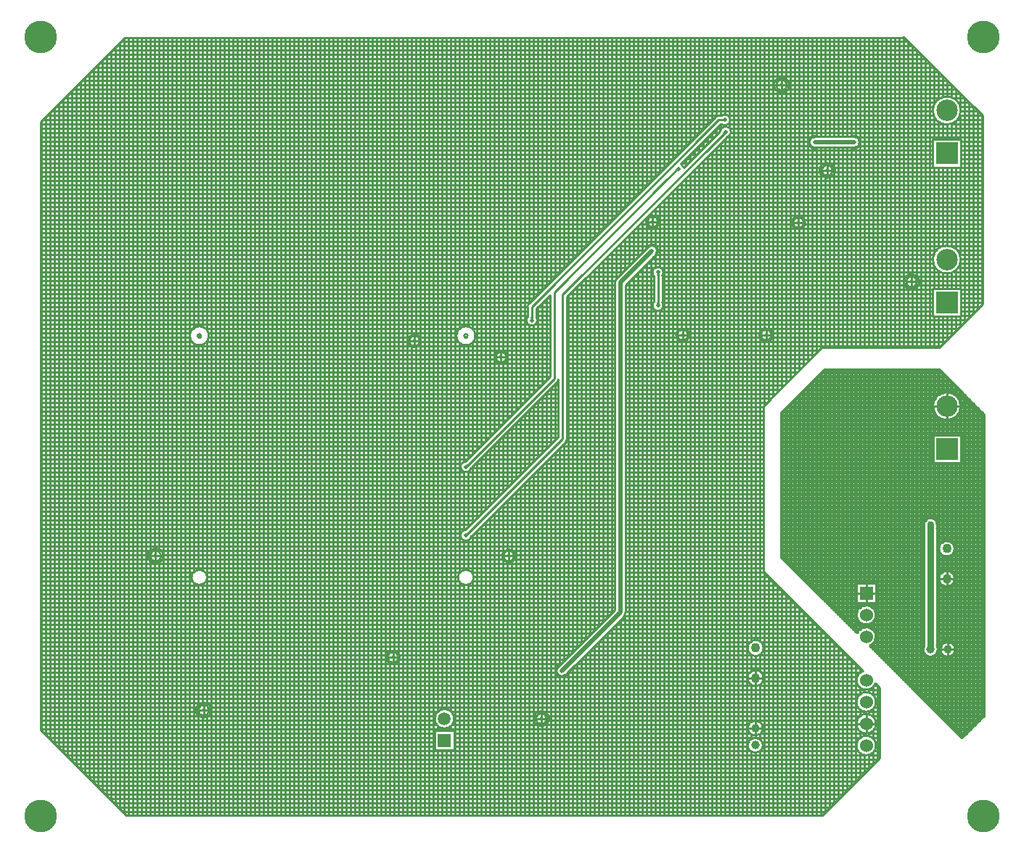
<source format=gbl>
G04*
G04 #@! TF.GenerationSoftware,Altium Limited,Altium Designer,19.0.4 (130)*
G04*
G04 Layer_Physical_Order=2*
G04 Layer_Color=16711680*
%FSLAX25Y25*%
%MOIN*%
G70*
G01*
G75*
%ADD14C,0.01000*%
%ADD69C,0.01500*%
%ADD70C,0.03000*%
%ADD71C,0.02000*%
%ADD72R,0.05906X0.05906*%
%ADD73C,0.05906*%
%ADD74C,0.03937*%
%ADD75C,0.04331*%
%ADD76R,0.06000X0.06000*%
%ADD77C,0.06000*%
%ADD78C,0.09843*%
%ADD79R,0.09843X0.09843*%
%ADD80C,0.03000*%
%ADD82C,0.02000*%
%ADD84C,0.15000*%
G36*
X216349Y149506D02*
X216275Y149428D01*
X216149Y149280D01*
X216098Y149210D01*
X216055Y149141D01*
X216020Y149075D01*
X215993Y149011D01*
X215974Y148949D01*
X215962Y148890D01*
X215959Y148833D01*
X214969Y149823D01*
X215026Y149826D01*
X215086Y149838D01*
X215147Y149857D01*
X215211Y149884D01*
X215277Y149919D01*
X215346Y149962D01*
X215417Y150013D01*
X215489Y150072D01*
X215642Y150213D01*
X216349Y149506D01*
D02*
G37*
G36*
X216351Y181002D02*
X216276Y180924D01*
X216151Y180776D01*
X216100Y180706D01*
X216057Y180637D01*
X216022Y180571D01*
X215995Y180507D01*
X215975Y180445D01*
X215964Y180386D01*
X215961Y180329D01*
X214971Y181319D01*
X215028Y181322D01*
X215087Y181333D01*
X215149Y181353D01*
X215213Y181380D01*
X215279Y181415D01*
X215347Y181458D01*
X215418Y181509D01*
X215491Y181568D01*
X215644Y181709D01*
X216351Y181002D01*
D02*
G37*
G36*
X245776Y249104D02*
X245778Y248996D01*
X245794Y248803D01*
X245808Y248717D01*
X245826Y248638D01*
X245848Y248566D01*
X245874Y248502D01*
X245904Y248445D01*
X245938Y248395D01*
X245976Y248352D01*
X244576D01*
X244614Y248395D01*
X244648Y248445D01*
X244678Y248502D01*
X244704Y248566D01*
X244726Y248638D01*
X244744Y248717D01*
X244758Y248803D01*
X244768Y248896D01*
X244776Y249104D01*
X245776D01*
D02*
G37*
G36*
X303650Y255875D02*
X303652Y255767D01*
X303668Y255574D01*
X303682Y255488D01*
X303700Y255409D01*
X303722Y255338D01*
X303748Y255273D01*
X303778Y255216D01*
X303812Y255166D01*
X303850Y255123D01*
X302450D01*
X302488Y255166D01*
X302522Y255216D01*
X302552Y255273D01*
X302578Y255338D01*
X302600Y255409D01*
X302618Y255488D01*
X302632Y255574D01*
X302642Y255667D01*
X302650Y255875D01*
X303650D01*
D02*
G37*
G36*
X302650Y268219D02*
X302648Y268327D01*
X302632Y268520D01*
X302618Y268606D01*
X302600Y268685D01*
X302578Y268757D01*
X302552Y268821D01*
X302522Y268878D01*
X302488Y268928D01*
X302450Y268971D01*
X303850D01*
X303812Y268928D01*
X303778Y268878D01*
X303748Y268821D01*
X303722Y268757D01*
X303700Y268685D01*
X303682Y268606D01*
X303668Y268520D01*
X303658Y268427D01*
X303650Y268219D01*
X302650D01*
D02*
G37*
G36*
X311180Y317005D02*
X311257Y317084D01*
X311496Y317354D01*
X311538Y317410D01*
X311601Y317510D01*
X311621Y317553D01*
X311635Y317592D01*
X312310Y316365D01*
X312255Y316377D01*
X312196Y316379D01*
X312135Y316372D01*
X312072Y316355D01*
X312006Y316328D01*
X311938Y316292D01*
X311868Y316247D01*
X311795Y316191D01*
X311719Y316127D01*
X311641Y316052D01*
X311180Y317005D01*
D02*
G37*
G36*
X332862Y333569D02*
X332936Y333646D01*
X333062Y333794D01*
X333113Y333865D01*
X333156Y333934D01*
X333191Y334000D01*
X333218Y334064D01*
X333237Y334125D01*
X333249Y334185D01*
X333252Y334242D01*
X334242Y333252D01*
X334185Y333249D01*
X334125Y333237D01*
X334064Y333218D01*
X334000Y333191D01*
X333934Y333156D01*
X333865Y333113D01*
X333794Y333062D01*
X333722Y333003D01*
X333569Y332862D01*
X332862Y333569D01*
D02*
G37*
G36*
X332392Y340264D02*
X332500Y340266D01*
X332693Y340282D01*
X332779Y340296D01*
X332858Y340314D01*
X332930Y340336D01*
X332994Y340362D01*
X333051Y340392D01*
X333101Y340426D01*
X333144Y340464D01*
Y339064D01*
X333101Y339102D01*
X333051Y339136D01*
X332994Y339166D01*
X332930Y339192D01*
X332858Y339214D01*
X332779Y339232D01*
X332693Y339246D01*
X332600Y339256D01*
X332392Y339264D01*
Y340264D01*
D02*
G37*
D14*
X442248Y344094D02*
G03*
X442248Y344094I-6421J0D01*
G01*
X395807Y329528D02*
G03*
X393307Y332028I-2500J0D01*
G01*
X395807Y329528D02*
G03*
X393307Y332028I-2500J0D01*
G01*
Y327028D02*
G03*
X395807Y329528I0J2500D01*
G01*
X396307D02*
G03*
X391649Y332028I-3000J0D01*
G01*
X393307Y327028D02*
G03*
X395807Y329528I0J2500D01*
G01*
X391649Y327028D02*
G03*
X396307Y329528I1658J2500D01*
G01*
X384445Y316535D02*
G03*
X384445Y316535I-3500J0D01*
G01*
X375197Y332028D02*
G03*
X375197Y327028I0J-2500D01*
G01*
Y332028D02*
G03*
X375197Y327028I0J-2500D01*
G01*
X376855Y332028D02*
G03*
X376855Y327028I-1658J-2500D01*
G01*
X442248Y275591D02*
G03*
X442248Y275591I-6421J0D01*
G01*
X422185Y265354D02*
G03*
X422185Y265354I-2500J0D01*
G01*
X383445Y316535D02*
G03*
X383445Y316535I-2500J0D01*
G01*
X362461Y355787D02*
G03*
X362461Y355787I-2500J0D01*
G01*
X363461D02*
G03*
X363461Y355787I-3500J0D01*
G01*
X334657Y331785D02*
G03*
X336752Y334252I-405J2467D01*
G01*
D02*
G03*
X331785Y334655I-2500J0D01*
G01*
X336358Y339764D02*
G03*
X332399Y341794I-2500J0D01*
G01*
X332400Y337733D02*
G03*
X336358Y339764I1458J2031D01*
G01*
X331102Y341764D02*
G03*
X329688Y341178I0J-2000D01*
G01*
X331102Y341764D02*
G03*
X329685Y341175I0J-2000D01*
G01*
X315038Y317867D02*
G03*
X313723Y319556I-2440J-544D01*
G01*
X370717Y292520D02*
G03*
X370717Y292520I-3000J0D01*
G01*
X370216D02*
G03*
X370216Y292520I-2500J0D01*
G01*
X305180Y268227D02*
G03*
X305650Y269685I-2031J1458D01*
G01*
X300950Y276627D02*
G03*
X303354Y279567I-595J2940D01*
G01*
X305650Y269685D02*
G03*
X301120Y268226I-2500J0D01*
G01*
X302122Y277799D02*
G03*
X302854Y279567I-1768J1768D01*
G01*
X302122Y277799D02*
G03*
X302854Y279567I-1768J1768D01*
G01*
X303287Y292913D02*
G03*
X303287Y292913I-2500J0D01*
G01*
X303787D02*
G03*
X303787Y292913I-3000J0D01*
G01*
X303354Y279567D02*
G03*
X297414Y280162I-3000J0D01*
G01*
X302854Y279567D02*
G03*
X298587Y281335I-2500J0D01*
G01*
X302854Y279567D02*
G03*
X298587Y281335I-2500J0D01*
G01*
X284059Y266807D02*
G03*
X283327Y265039I1768J-1768D01*
G01*
X284059Y266807D02*
G03*
X283327Y265039I1768J-1768D01*
G01*
X423185Y265354D02*
G03*
X423185Y265354I-3500J0D01*
G01*
X397329Y86530D02*
G03*
X403065Y80793I1490J-4246D01*
G01*
X403319Y72284D02*
G03*
X403319Y72284I-4500J0D01*
G01*
Y62283D02*
G03*
X403319Y62283I-4500J0D01*
G01*
Y52284D02*
G03*
X403319Y52284I-4500J0D01*
G01*
X355358Y240945D02*
G03*
X355358Y240945I-2500J0D01*
G01*
X355858D02*
G03*
X355858Y240945I-3000J0D01*
G01*
X317067D02*
G03*
X317067Y240945I-2500J0D01*
G01*
X305650Y254409D02*
G03*
X305179Y255868I-2500J0D01*
G01*
X301119Y255867D02*
G03*
X305650Y254409I2031J-1458D01*
G01*
X317567Y240945D02*
G03*
X317567Y240945I-3000J0D01*
G01*
X351697Y97047D02*
G03*
X351697Y97047I-3665J0D01*
G01*
Y83268D02*
G03*
X351697Y83268I-3665J0D01*
G01*
X351382Y60236D02*
G03*
X351382Y60236I-3469J0D01*
G01*
Y52362D02*
G03*
X351382Y52362I-3469J0D01*
G01*
X287595Y111618D02*
G03*
X288327Y113386I-1768J1768D01*
G01*
X287595Y111618D02*
G03*
X288327Y113386I-1768J1768D01*
G01*
X256926Y219456D02*
G03*
X257449Y220372I-1414J1414D01*
G01*
X256923Y219453D02*
G03*
X257449Y220372I-1411J1417D01*
G01*
X260860Y191895D02*
G03*
X261449Y193313I-1411J1417D01*
G01*
X260863Y191898D02*
G03*
X261449Y193313I-1414J1414D01*
G01*
X243865Y255354D02*
G03*
X243276Y253937I1411J-1417D01*
G01*
X247776Y247638D02*
G03*
X247305Y249097I-2500J0D01*
G01*
X243245Y249096D02*
G03*
X247776Y247638I2031J-1458D01*
G01*
X243861Y255351D02*
G03*
X243276Y253937I1414J-1414D01*
G01*
X219318Y240555D02*
G03*
X219318Y240555I-4359J0D01*
G01*
X215718D02*
G03*
X215718Y240555I-759J0D01*
G01*
X234102Y230713D02*
G03*
X234102Y230713I-3000J0D01*
G01*
X193839Y238189D02*
G03*
X193839Y238189I-2500J0D01*
G01*
X194339D02*
G03*
X194339Y238189I-3000J0D01*
G01*
X93279Y240551D02*
G03*
X93279Y240551I-759J0D01*
G01*
X96879D02*
G03*
X96879Y240551I-4359J0D01*
G01*
X233602Y230713D02*
G03*
X233602Y230713I-2500J0D01*
G01*
X214556Y182786D02*
G03*
X217428Y179916I405J-2467D01*
G01*
X214554Y151290D02*
G03*
X217426Y148419I405J-2467D01*
G01*
X237646Y139374D02*
G03*
X237646Y139374I-3000J0D01*
G01*
X237146D02*
G03*
X237146Y139374I-2500J0D01*
G01*
X218531Y129532D02*
G03*
X218531Y129532I-3572J0D01*
G01*
X257287Y88382D02*
G03*
X260823Y84846I1768J-1768D01*
G01*
X257287Y88382D02*
G03*
X260823Y84846I1768J-1768D01*
G01*
X258460Y89555D02*
G03*
X261996Y86019I595J-2940D01*
G01*
X253106Y64567D02*
G03*
X253106Y64567I-3500J0D01*
G01*
X252106D02*
G03*
X252106Y64567I-2500J0D01*
G01*
X209571D02*
G03*
X209571Y64567I-4453J0D01*
G01*
X75941Y139370D02*
G03*
X75941Y139370I-3500J0D01*
G01*
X183996Y92795D02*
G03*
X183996Y92795I-2500J0D01*
G01*
X184496D02*
G03*
X184496Y92795I-3000J0D01*
G01*
X96988Y68504D02*
G03*
X96988Y68504I-2500J0D01*
G01*
X74941Y139370D02*
G03*
X74941Y139370I-2500J0D01*
G01*
X96091Y129528D02*
G03*
X96091Y129528I-3572J0D01*
G01*
X97988Y68504D02*
G03*
X97988Y68504I-3500J0D01*
G01*
X435827Y208268D02*
X441748D01*
X435827D02*
Y214189D01*
Y202346D02*
Y208268D01*
X429906D02*
X435827D01*
Y128937D02*
X438992D01*
X435827D02*
Y132102D01*
X432661Y128937D02*
X435827D01*
Y125772D02*
Y128937D01*
X436221Y96457D02*
Y99425D01*
Y96457D02*
X439189D01*
X433252D02*
X436221D01*
Y93488D02*
Y96457D01*
X398819Y122283D02*
X402819D01*
X394819D02*
X398819D01*
Y118283D02*
Y122283D01*
Y126284D01*
X441959Y346000D02*
X448095D01*
X440924Y348000D02*
X446095D01*
X442000Y345862D02*
Y352095D01*
X416142Y377953D02*
X452362Y341732D01*
X438348Y350000D02*
X444095D01*
X441897Y342000D02*
X452095D01*
X442247Y344000D02*
X450095D01*
X442000Y330831D02*
Y342327D01*
X437849Y338000D02*
X452362D01*
X440773Y340000D02*
X452362D01*
X395006Y332000D02*
X452362D01*
X434000Y350250D02*
Y360094D01*
X432000Y349251D02*
Y362094D01*
X430000Y346793D02*
Y364094D01*
X415748Y377559D02*
X416142Y377953D01*
X394000Y332446D02*
Y377559D01*
X396000Y330850D02*
Y377559D01*
X438000Y350137D02*
Y356095D01*
X436000Y350513D02*
Y358095D01*
X440000Y348975D02*
Y354095D01*
X393677Y332000D02*
X395006D01*
X394000Y331930D02*
Y332446D01*
X438000Y330831D02*
Y338052D01*
X436000Y330831D02*
Y337676D01*
X440000Y330831D02*
Y339214D01*
X429405Y330831D02*
X442248D01*
X432000D02*
Y338938D01*
X434000Y330831D02*
Y337939D01*
X442248Y324000D02*
X452362D01*
X442248Y326000D02*
X452362D01*
X442248Y322000D02*
X452362D01*
X442248Y328000D02*
X452362D01*
X442248Y330000D02*
X452362D01*
X442248Y317988D02*
Y330831D01*
X430000D02*
Y341396D01*
X429405Y317988D02*
Y330831D01*
X422000Y267979D02*
Y372094D01*
X420000Y268840D02*
Y374095D01*
X396000Y328205D02*
Y330850D01*
X418000Y268422D02*
Y376095D01*
X396270Y330000D02*
X429405D01*
X395762D02*
X396270D01*
X395889Y328000D02*
X429405D01*
X395286D02*
X395889D01*
X394000Y326609D02*
Y327126D01*
X363454Y356000D02*
X438095D01*
X392000Y332228D02*
Y377559D01*
X390000Y332028D02*
Y377559D01*
X362970Y354000D02*
X440095D01*
X362672Y358000D02*
X436095D01*
X334976Y342000D02*
X429757D01*
X336739Y334000D02*
X452362D01*
X376855Y332028D02*
X391649D01*
X393307D01*
X335630Y338000D02*
X433805D01*
X336347Y340000D02*
X430880D01*
X336039Y336000D02*
X452362D01*
X386000Y332028D02*
Y377559D01*
X384000Y332028D02*
Y377559D01*
X388000Y332028D02*
Y377559D01*
X380000Y332028D02*
Y377559D01*
X378000Y332028D02*
Y377559D01*
X382000Y332028D02*
Y377559D01*
X376000Y332028D02*
Y332418D01*
Y377559D01*
X375197Y332028D02*
X376855D01*
X373498Y332000D02*
X374827D01*
X374000Y331722D02*
Y332278D01*
X391649Y327028D02*
X393307D01*
X376855D02*
X391649D01*
X326828Y324000D02*
X429405D01*
X328828Y326000D02*
X429405D01*
X324828Y322000D02*
X429405D01*
X382000Y319873D02*
Y327028D01*
X380000Y319905D02*
Y327028D01*
X384000Y318243D02*
Y327028D01*
X380448Y320000D02*
X381442D01*
X376000Y326637D02*
Y327028D01*
X378000Y318427D02*
Y327028D01*
X375197D02*
X376855D01*
X322828Y320000D02*
X380448D01*
X442248Y318000D02*
X452362D01*
X442248Y320000D02*
X452362D01*
X440495Y280000D02*
X452362D01*
X384404Y316000D02*
X452362D01*
X429405Y317988D02*
X442248D01*
X436216Y282000D02*
X452362D01*
X442235Y276000D02*
X452362D01*
X441779Y278000D02*
X452362D01*
X442048Y274000D02*
X452362D01*
X438986Y270000D02*
X452362D01*
X441150Y272000D02*
X452362D01*
X421976Y268000D02*
X452362D01*
X440000Y280471D02*
Y317988D01*
X438000Y281633D02*
Y317988D01*
X442000Y277358D02*
Y317988D01*
X384124Y318000D02*
X429405D01*
X384000Y314828D02*
Y318243D01*
X436000Y282010D02*
Y317988D01*
X434000Y281747D02*
Y317988D01*
X432000Y280747D02*
Y317988D01*
X430000Y278289D02*
Y317988D01*
X417394Y268000D02*
X421976D01*
X440000Y262327D02*
Y270710D01*
X438000Y262327D02*
Y269548D01*
X442000Y262327D02*
Y273823D01*
X432000Y262327D02*
Y270434D01*
X430000Y262327D02*
Y272892D01*
X434000Y262327D02*
Y269435D01*
X423125Y266000D02*
X452362D01*
X429405Y262327D02*
X442248D01*
X436000D02*
Y269172D01*
X422912Y264000D02*
X452362D01*
X422100Y266000D02*
X423125D01*
X421786Y264000D02*
X422912D01*
X422000Y266298D02*
Y267979D01*
X420000Y267834D02*
Y268840D01*
X419685Y265354D02*
Y267354D01*
X418000Y267201D02*
Y268422D01*
X416245Y266000D02*
X417270D01*
X419685Y265354D02*
X421685D01*
X419685Y263354D02*
Y265354D01*
X422000Y262729D02*
Y264410D01*
X417685Y265354D02*
X419685D01*
X416458Y264000D02*
X417584D01*
X382971Y318000D02*
X384124D01*
X382000Y318802D02*
Y319873D01*
X383387Y316000D02*
X384404D01*
X381442Y320000D02*
X429405D01*
X380945Y316535D02*
X382945D01*
X383358Y314000D02*
X452362D01*
X378532D02*
X383358D01*
X382000Y313198D02*
Y314269D01*
X312828Y310000D02*
X452362D01*
X314828Y312000D02*
X452362D01*
X310828Y308000D02*
X452362D01*
X380945Y316535D02*
Y318535D01*
X380000Y318850D02*
Y319905D01*
X380945Y314535D02*
Y316535D01*
X377766Y318000D02*
X378919D01*
X320828D02*
X377766D01*
X378000Y314644D02*
Y318427D01*
X378945Y316535D02*
X380945D01*
X377486Y316000D02*
X378503D01*
X380000Y313165D02*
Y314221D01*
X318828Y316000D02*
X377486D01*
X316828Y314000D02*
X378532D01*
X306828Y304000D02*
X452362D01*
X308828Y306000D02*
X452362D01*
X304828Y302000D02*
X452362D01*
X300828Y298000D02*
X452362D01*
X302828Y300000D02*
X452362D01*
X298828Y296000D02*
X452362D01*
X370671Y292000D02*
X452362D01*
X370326Y294000D02*
X452362D01*
X369345Y290000D02*
X452362D01*
X290828Y288000D02*
X452362D01*
X288828Y286000D02*
X452362D01*
X302109Y282000D02*
X435437D01*
X303323Y280000D02*
X431159D01*
X302913Y278000D02*
X429875D01*
X286828Y284000D02*
X452362D01*
X300323Y276000D02*
X429419D01*
X298323Y274000D02*
X429606D01*
X305630Y270000D02*
X432668D01*
X305150Y268000D02*
X417394D01*
X305150Y264000D02*
X416458D01*
X304094Y272000D02*
X430503D01*
X305150Y266000D02*
X416245D01*
X362000Y358632D02*
Y377559D01*
X360000Y359287D02*
Y377559D01*
X362000Y357233D02*
Y358632D01*
X360000Y358287D02*
Y359287D01*
X362452Y356000D02*
X363454D01*
X361708Y354000D02*
X362970D01*
X362000Y352943D02*
Y354341D01*
X361124Y358000D02*
X362672D01*
X359961Y355787D02*
X361961D01*
X360000Y352288D02*
Y353288D01*
X358000Y357339D02*
Y358687D01*
Y377559D01*
X359961Y355787D02*
Y357787D01*
X357249Y358000D02*
X358797D01*
X334000Y342260D02*
Y377559D01*
X332000Y341764D02*
Y377559D01*
X359961Y353787D02*
Y355787D01*
X357961D02*
X359961D01*
X358000Y352888D02*
Y354236D01*
X356467Y356000D02*
X357470D01*
X356951Y354000D02*
X358213D01*
X374000Y332278D02*
Y377559D01*
X368000Y295506D02*
Y377559D01*
X370000Y294465D02*
Y377559D01*
X366000Y294980D02*
Y377559D01*
X372615Y328000D02*
X373218D01*
X372234Y330000D02*
X372742D01*
X374000Y326777D02*
Y327333D01*
X335338Y332000D02*
X373498D01*
X332828Y330000D02*
X372234D01*
X330828Y328000D02*
X372615D01*
X336000Y341053D02*
Y377559D01*
X331102Y341764D02*
X332230D01*
X330000Y341432D02*
Y377559D01*
X336000Y336039D02*
Y338474D01*
X334000Y336739D02*
Y337268D01*
X332000Y335338D02*
Y337764D01*
X330167Y336000D02*
X332465D01*
X330000Y332828D02*
Y335833D01*
X328000Y339490D02*
Y377559D01*
X328167Y334000D02*
X331172D01*
X326000Y337490D02*
Y377559D01*
X324000Y335490D02*
Y377559D01*
X328000Y330828D02*
Y333833D01*
X326167Y332000D02*
X329172D01*
X324167Y330000D02*
X327172D01*
X326000Y328828D02*
Y331833D01*
X322167Y328000D02*
X325172D01*
X324000Y326828D02*
Y329833D01*
X320167Y326000D02*
X323172D01*
X322000Y333490D02*
Y377559D01*
X320000Y331490D02*
Y377559D01*
X318000Y329490D02*
Y377559D01*
X316000Y327490D02*
Y377559D01*
X312000Y323490D02*
Y377559D01*
X310000Y321490D02*
Y377559D01*
X322000Y324828D02*
Y327833D01*
X318167Y324000D02*
X321172D01*
X320000Y322828D02*
Y325833D01*
X314000Y325490D02*
Y377559D01*
X316167Y322000D02*
X319172D01*
X308000Y319490D02*
Y377559D01*
X306000Y317490D02*
Y377559D01*
X304000Y315490D02*
Y377559D01*
X302000Y313490D02*
Y377559D01*
X296000Y307490D02*
Y377559D01*
X294000Y305490D02*
Y377559D01*
X318000Y320828D02*
Y323833D01*
X316000Y318828D02*
Y321833D01*
X315038Y317867D02*
X331687Y334515D01*
X313723Y319556D02*
X331931Y337764D01*
X300000Y311490D02*
Y377559D01*
X298000Y309490D02*
Y377559D01*
X282000Y293490D02*
Y377559D01*
X280000Y291490D02*
Y377559D01*
X278000Y289490D02*
Y377559D01*
X276000Y287490D02*
Y377559D01*
X274000Y285490D02*
Y377559D01*
X272000Y283490D02*
Y377559D01*
X292000Y303490D02*
Y377559D01*
X290000Y301490D02*
Y377559D01*
X288000Y299490D02*
Y377559D01*
X286000Y297490D02*
Y377559D01*
X284000Y295490D02*
Y377559D01*
X369731Y294000D02*
X370326D01*
X368000Y295004D02*
Y295506D01*
X370000Y293537D02*
Y294465D01*
X366000Y294337D02*
Y294980D01*
X303584Y294000D02*
X365107D01*
X367717Y292520D02*
Y294520D01*
X370162Y292000D02*
X370671D01*
X367717Y292520D02*
X369717D01*
X370000Y290574D02*
Y291502D01*
X365717Y292520D02*
X367717D01*
X365107Y294000D02*
X365702D01*
X364762Y292000D02*
X365271D01*
X314167Y320000D02*
X317172D01*
X314000Y319393D02*
Y319833D01*
X302000Y295100D02*
Y295657D01*
Y299172D01*
X300787Y292913D02*
Y294913D01*
X303115Y292000D02*
X303645D01*
X303039Y294000D02*
X303584D01*
X303645Y292000D02*
X364762D01*
X300787Y292913D02*
X302787D01*
X300787Y290913D02*
Y292913D01*
X367717Y290520D02*
Y292520D01*
X366000Y290059D02*
Y290702D01*
X368000Y289533D02*
Y290036D01*
X304000Y272036D02*
Y301172D01*
X366088Y290000D02*
X369345D01*
X302817Y280000D02*
X303323D01*
X301503Y290000D02*
X366088D01*
X302000Y282075D02*
Y290169D01*
Y290727D01*
X300929Y282000D02*
X302109D01*
X300072Y290000D02*
X301503D01*
X302000Y281449D02*
Y282075D01*
X302302Y278000D02*
X302913D01*
X302000Y271905D02*
Y277059D01*
Y277677D01*
X300950Y276627D02*
X302122Y277799D01*
X300000Y295286D02*
Y295808D01*
Y297172D01*
Y290019D02*
Y290541D01*
X298787Y292913D02*
X300787D01*
X300000Y282042D02*
Y282546D01*
Y290019D01*
X298599Y282000D02*
X299780D01*
X292828Y290000D02*
X300072D01*
X297991Y294000D02*
X298536D01*
X298000Y294023D02*
Y295172D01*
Y291804D02*
Y294023D01*
X297930Y292000D02*
X298460D01*
X296828Y294000D02*
X297991D01*
X294828Y292000D02*
X297930D01*
X298000Y280748D02*
Y281426D01*
Y291804D01*
X297414Y280162D02*
X298587Y281335D01*
X284828Y282000D02*
X298599D01*
X282828Y280000D02*
X297252D01*
X296000Y278748D02*
Y293172D01*
X294000Y276748D02*
Y291172D01*
X284059Y266807D02*
X297414Y280162D01*
X280828Y278000D02*
X295252D01*
X288327Y264004D02*
X300950Y276627D01*
X296323Y272000D02*
X302206D01*
X294323Y270000D02*
X300670D01*
X292323Y268000D02*
X301150D01*
X290323Y266000D02*
X301150D01*
X288327Y264000D02*
X301150D01*
X292000Y274748D02*
Y289172D01*
X290000Y272748D02*
Y287172D01*
X288000Y270748D02*
Y285172D01*
X278828Y276000D02*
X293252D01*
X286000Y268748D02*
Y283172D01*
X284000Y266746D02*
Y281172D01*
X276828Y274000D02*
X291252D01*
X274828Y272000D02*
X289252D01*
X272828Y270000D02*
X287252D01*
X452362Y255118D02*
Y341732D01*
X452000Y254756D02*
Y342094D01*
X450000Y252756D02*
Y344094D01*
X442248Y262000D02*
X452362D01*
X448000Y250756D02*
Y346094D01*
X446000Y248756D02*
Y348095D01*
X442248Y254000D02*
X451244D01*
X442248Y252000D02*
X449244D01*
X442248Y250000D02*
X447244D01*
X442248Y258000D02*
X452362D01*
X442248Y260000D02*
X452362D01*
X442248Y256000D02*
X452362D01*
X442248Y249484D02*
Y262327D01*
X429405Y249484D02*
Y262327D01*
X444000Y246756D02*
Y350095D01*
X420000Y261869D02*
Y262874D01*
X418000Y262287D02*
Y263508D01*
X429405Y249484D02*
X442248D01*
X442000Y244756D02*
Y249484D01*
X440000Y242756D02*
Y249484D01*
X418686Y262000D02*
X420684D01*
X429405D01*
X432677Y235433D02*
X452362Y255118D01*
X428000Y235039D02*
Y366094D01*
X426000Y235039D02*
Y368094D01*
X422000Y235039D02*
Y262729D01*
X420000Y235039D02*
Y261869D01*
X424000Y235039D02*
Y370094D01*
X438000Y240756D02*
Y249484D01*
X436000Y238756D02*
Y249484D01*
X434000Y236756D02*
Y249484D01*
X432000Y235039D02*
Y249484D01*
X430000Y235039D02*
Y249484D01*
X432677Y235039D02*
Y235433D01*
X414000Y235039D02*
Y377559D01*
X412000Y235039D02*
Y377559D01*
X416000Y235039D02*
Y377811D01*
X408000Y235039D02*
Y377559D01*
X400000Y235039D02*
Y377559D01*
X410000Y235039D02*
Y377559D01*
X406000Y235039D02*
Y377559D01*
X404000Y235039D02*
Y377559D01*
X418000Y235039D02*
Y262287D01*
X398000Y235039D02*
Y377559D01*
X402000Y235039D02*
Y377559D01*
X305158Y256000D02*
X429405D01*
X305150Y260000D02*
X429405D01*
X303818Y252000D02*
X429405D01*
X288327Y248000D02*
X445244D01*
X288327Y250000D02*
X429405D01*
X288327Y246000D02*
X443244D01*
X355667Y242000D02*
X439244D01*
X355706Y240000D02*
X437244D01*
X378346Y235039D02*
X432677D01*
X288327Y244000D02*
X441244D01*
X353431Y238000D02*
X435244D01*
X288327Y236000D02*
X433244D01*
X392000Y235039D02*
Y326827D01*
X390000Y235039D02*
Y327028D01*
X396000Y235039D02*
Y328205D01*
X386000Y235039D02*
Y327028D01*
X384000Y235039D02*
Y314828D01*
X388000Y235039D02*
Y327028D01*
X305616Y254000D02*
X429405D01*
X380000Y235039D02*
Y313165D01*
X382000Y235039D02*
Y313198D01*
X305150Y262000D02*
X418686D01*
X305150Y258000D02*
X429405D01*
X394000Y235039D02*
Y326609D01*
X378000Y234693D02*
Y314644D01*
X376000Y232693D02*
Y326637D01*
X374000Y230693D02*
Y326777D01*
X372000Y228693D02*
Y377559D01*
X370000Y226693D02*
Y290574D01*
X351575Y208268D02*
X378346Y235039D01*
X288327Y234000D02*
X377307D01*
X351575Y132283D02*
X397329Y86530D01*
X288327Y232000D02*
X375307D01*
X288327Y230000D02*
X373307D01*
X288327Y228000D02*
X371307D01*
X368000Y224693D02*
Y289533D01*
X366000Y222693D02*
Y290059D01*
X364000Y220693D02*
Y377559D01*
X288327Y226000D02*
X369307D01*
X362000Y218693D02*
Y352943D01*
X360000Y216693D02*
Y352288D01*
X288327Y220000D02*
X363307D01*
X288327Y218000D02*
X361307D01*
X288327Y216000D02*
X359307D01*
X288327Y224000D02*
X367307D01*
X288327Y222000D02*
X365307D01*
X403065Y80793D02*
X405118Y78740D01*
X402697Y80000D02*
X403858D01*
X401356Y76000D02*
X405118D01*
X400198Y78000D02*
X405118D01*
X403310Y72000D02*
X405118D01*
X402979Y74000D02*
X405118D01*
X402979Y64000D02*
X405118D01*
X400198Y68000D02*
X405118D01*
X402697Y70000D02*
X405118D01*
X401356Y66000D02*
X405118D01*
X402000Y75466D02*
Y79101D01*
X400000Y76626D02*
Y77941D01*
X402000Y65466D02*
Y69101D01*
X398000Y76708D02*
Y77859D01*
X396000Y85791D02*
Y87858D01*
Y75791D02*
Y78776D01*
X400000Y66626D02*
Y67941D01*
X398000Y66708D02*
Y67859D01*
X398819Y62283D02*
X402819D01*
X396000Y65791D02*
Y68776D01*
X394819Y62283D02*
X398819D01*
X405118Y46654D02*
Y78740D01*
X403310Y62000D02*
X405118D01*
X404000Y45535D02*
Y79858D01*
X400198Y58000D02*
X405118D01*
X402697Y60000D02*
X405118D01*
X403310Y52000D02*
X405118D01*
X402979Y54000D02*
X405118D01*
X402697Y50000D02*
X405118D01*
X400198Y48000D02*
X405118D01*
X401356Y56000D02*
X405118D01*
X400000Y56626D02*
Y57941D01*
X398819Y62283D02*
Y66284D01*
X402000Y55466D02*
Y59101D01*
X398819Y58284D02*
Y62283D01*
X396000Y55791D02*
Y58776D01*
X394000Y35535D02*
Y89858D01*
X402000Y43535D02*
Y49101D01*
X398000Y56708D02*
Y57859D01*
X400000Y41535D02*
Y47941D01*
X398000Y39535D02*
Y47859D01*
X396000Y37535D02*
Y48776D01*
X351544Y96000D02*
X387858D01*
X351571Y98000D02*
X385858D01*
X350475Y86000D02*
X396282D01*
X350203Y100000D02*
X383858D01*
X277976Y102000D02*
X381858D01*
X350068Y94000D02*
X389858D01*
X351623Y84000D02*
X394659D01*
X351471Y82000D02*
X394328D01*
X351374Y60000D02*
X394941D01*
X349692Y80000D02*
X394941D01*
X350900Y62000D02*
X394328D01*
X350565Y58000D02*
X397440D01*
X288327Y116000D02*
X367858D01*
X288327Y118000D02*
X365858D01*
X288327Y114000D02*
X369858D01*
X288327Y122000D02*
X361858D01*
X288327Y124000D02*
X359858D01*
X288327Y120000D02*
X363858D01*
X285977Y110000D02*
X373858D01*
X287908Y112000D02*
X371858D01*
X283977Y108000D02*
X375858D01*
X281977Y106000D02*
X377858D01*
X279977Y104000D02*
X379858D01*
X390000Y31535D02*
Y93858D01*
X388000Y29535D02*
Y95858D01*
X386000Y27535D02*
Y97858D01*
X384000Y25535D02*
Y99858D01*
X382000Y23535D02*
Y101858D01*
X380000Y21535D02*
Y103858D01*
X351363Y52000D02*
X394328D01*
X392000Y33535D02*
Y91858D01*
X378543Y20079D02*
X405118Y46654D01*
X350971Y54000D02*
X394659D01*
X350453Y50000D02*
X394941D01*
X366000Y20079D02*
Y117858D01*
X364000Y20079D02*
Y119858D01*
X368000Y20079D02*
Y115858D01*
X360000Y20079D02*
Y123858D01*
X358000Y20079D02*
Y125858D01*
X362000Y20079D02*
Y121858D01*
X376000Y20079D02*
Y107858D01*
X374000Y20079D02*
Y109858D01*
X378000Y20079D02*
Y105858D01*
X370000Y20079D02*
Y113858D01*
X372000Y20079D02*
Y111858D01*
X354000Y243169D02*
Y243719D01*
Y377559D01*
X352858Y240945D02*
Y242945D01*
X352000Y243293D02*
Y243819D01*
Y377559D01*
X355173Y240000D02*
X355706D01*
X355125Y242000D02*
X355667D01*
X354000Y238171D02*
Y238721D01*
X352858Y240945D02*
X354858D01*
X350858D02*
X352858D01*
Y238945D02*
Y240945D01*
X350050Y242000D02*
X350592D01*
X317375D02*
X350050D01*
X350000Y241856D02*
Y377559D01*
X316000Y242993D02*
Y243581D01*
Y313172D01*
X316833Y242000D02*
X317375D01*
X350011Y240000D02*
X350544D01*
X350000Y240034D02*
Y241856D01*
X317414Y240000D02*
X350011D01*
X316881D02*
X317414D01*
X316000Y238309D02*
Y238896D01*
X356000Y212693D02*
Y377559D01*
X348000Y100713D02*
Y377559D01*
X346000Y100098D02*
Y377559D01*
X340000Y20079D02*
Y377559D01*
X338000Y20079D02*
Y377559D01*
X344000Y20079D02*
Y377559D01*
X358000Y214693D02*
Y352888D01*
X352000Y238070D02*
Y238597D01*
X354000Y210693D02*
Y238171D01*
X350000Y100139D02*
Y240034D01*
X342000Y20079D02*
Y377559D01*
X334000Y20079D02*
Y331172D01*
X332000Y20079D02*
Y329172D01*
X336000Y20079D02*
Y332465D01*
X328000Y20079D02*
Y325172D01*
X326000Y20079D02*
Y323172D01*
X330000Y20079D02*
Y327172D01*
X322000Y20079D02*
Y319172D01*
X320000Y20079D02*
Y317172D01*
X324000Y20079D02*
Y321172D01*
X316000Y20079D02*
Y238309D01*
X318000Y20079D02*
Y315172D01*
X314000Y243380D02*
Y243891D01*
Y311172D01*
X314567Y240945D02*
Y242945D01*
X312000Y239392D02*
Y242498D01*
Y309172D01*
X314567Y240945D02*
X316567D01*
X312567D02*
X314567D01*
Y238945D02*
Y240945D01*
X311759Y242000D02*
X312300D01*
X288327D02*
X311759D01*
X311720Y240000D02*
X312252D01*
X301150Y256052D02*
Y268057D01*
X288327Y262000D02*
X301150D01*
X305150Y256037D02*
Y268042D01*
X288327Y258000D02*
X301150D01*
X288327Y260000D02*
X301150D01*
X288327Y256000D02*
X301137D01*
X288327Y254000D02*
X300683D01*
X288327Y252000D02*
X302481D01*
X288327Y240000D02*
X311720D01*
X308000Y20079D02*
Y305172D01*
X306000Y20079D02*
Y303172D01*
X310000Y20079D02*
Y307172D01*
X298000Y20079D02*
Y273677D01*
X296000Y20079D02*
Y271677D01*
X300000Y20079D02*
Y275677D01*
X314000Y237999D02*
Y238510D01*
X312000Y20079D02*
Y239392D01*
X302000Y20079D02*
Y252189D01*
X304000Y20079D02*
Y252058D01*
X282000Y113095D02*
Y279172D01*
X280000Y111095D02*
Y277172D01*
X294000Y20079D02*
Y269677D01*
X278000Y109095D02*
Y275172D01*
X276000Y107095D02*
Y273172D01*
X274000Y105095D02*
Y271172D01*
X290000Y20079D02*
Y265677D01*
X288327Y113386D02*
X288327Y264004D01*
X292000Y20079D02*
Y267677D01*
X283327Y114421D02*
X283327Y265039D01*
X272000Y103095D02*
Y269172D01*
X352286Y238000D02*
X353431D01*
X315139D02*
X352286D01*
X352000Y208693D02*
Y238070D01*
X288327Y180000D02*
X351575D01*
X288327Y182000D02*
X351575D01*
X288327Y178000D02*
X351575D01*
X288327Y154000D02*
X351575D01*
X288327Y162000D02*
X351575D01*
X288327Y174000D02*
X351575D01*
X288327Y176000D02*
X351575D01*
X288327Y172000D02*
X351575D01*
X313995Y238000D02*
X315139D01*
X288327D02*
X313995D01*
X351575Y132283D02*
Y208268D01*
X288327Y158000D02*
X351575D01*
X288327Y160000D02*
X351575D01*
X288327Y156000D02*
X351575D01*
X350000Y86360D02*
Y93955D01*
X348000Y86933D02*
Y93382D01*
X348031Y83268D02*
Y86433D01*
X288327Y152000D02*
X351575D01*
X346000Y86319D02*
Y93996D01*
X354000Y20079D02*
Y129858D01*
X352000Y20079D02*
Y131858D01*
X356000Y20079D02*
Y127858D01*
X348031Y83268D02*
X351197D01*
X348031Y80102D02*
Y83268D01*
X350000Y55133D02*
Y57465D01*
Y63007D02*
Y80176D01*
Y20079D02*
Y49591D01*
X347913Y60236D02*
X350882D01*
X348000Y63704D02*
Y79602D01*
X347913Y60236D02*
Y63205D01*
Y57268D02*
Y60236D01*
X344866Y83268D02*
X348031D01*
X346000Y63129D02*
Y80217D01*
X314000Y20079D02*
Y237999D01*
X348000Y55830D02*
Y56769D01*
X346000Y55255D02*
Y57343D01*
X348000Y20079D02*
Y48895D01*
X344945Y60236D02*
X347913D01*
X346000Y20079D02*
Y49469D01*
X288327Y206000D02*
X351575D01*
X288327Y208000D02*
X351575D01*
X288327Y204000D02*
X351575D01*
X288327Y214000D02*
X357307D01*
X288327Y212000D02*
X355307D01*
X288327Y210000D02*
X353307D01*
X288327Y194000D02*
X351575D01*
X288327Y196000D02*
X351575D01*
X288327Y192000D02*
X351575D01*
X288327Y200000D02*
X351575D01*
X288327Y202000D02*
X351575D01*
X288327Y198000D02*
X351575D01*
X288327Y170000D02*
X351575D01*
X288327Y184000D02*
X351575D01*
X288327Y168000D02*
X351575D01*
X288327Y188000D02*
X351575D01*
X288327Y190000D02*
X351575D01*
X288327Y186000D02*
X351575D01*
X288327Y164000D02*
X351575D01*
X288327Y166000D02*
X351575D01*
X288327Y150000D02*
X351575D01*
X288327Y148000D02*
X351575D01*
X288327Y146000D02*
X351575D01*
X288327Y136000D02*
X351575D01*
X288327Y138000D02*
X351575D01*
X288327Y134000D02*
X351575D01*
X288327Y142000D02*
X351575D01*
X288327Y144000D02*
X351575D01*
X288327Y140000D02*
X351575D01*
X288327Y130000D02*
X353858D01*
X288327Y132000D02*
X351858D01*
X288327Y128000D02*
X355858D01*
X288327Y126000D02*
X357858D01*
X275976Y100000D02*
X345860D01*
X288000Y20079D02*
Y112150D01*
X284000Y20079D02*
Y108024D01*
X282000Y20079D02*
Y106024D01*
X286000Y20079D02*
Y110023D01*
X278000Y20079D02*
Y102023D01*
X276000Y20079D02*
Y100023D01*
X280000Y20079D02*
Y104024D01*
X273976Y98000D02*
X344492D01*
X274000Y20079D02*
Y98023D01*
X56849Y376000D02*
X418094D01*
X58408Y377559D02*
X415748D01*
X54849Y374000D02*
X420094D01*
X50849Y370000D02*
X424094D01*
X52849Y372000D02*
X422094D01*
X48849Y368000D02*
X426094D01*
X44849Y364000D02*
X430094D01*
X46849Y366000D02*
X428094D01*
X42849Y362000D02*
X432094D01*
X40849Y360000D02*
X434094D01*
X38849Y358000D02*
X357249D01*
X36849Y356000D02*
X356467D01*
X270000Y281490D02*
Y377559D01*
X268000Y279490D02*
Y377559D01*
X266000Y277490D02*
Y377559D01*
X264000Y275490D02*
Y377559D01*
X262000Y273490D02*
Y377559D01*
X256000Y267490D02*
Y377559D01*
X270828Y268000D02*
X285252D01*
X260000Y271490D02*
Y377559D01*
X268828Y266000D02*
X283519D01*
X258000Y269490D02*
Y377559D01*
X254000Y265490D02*
Y377559D01*
X264828Y262000D02*
X283327D01*
X266828Y264000D02*
X283327D01*
X262828Y260000D02*
X283327D01*
X261449Y258620D02*
X334504Y331676D01*
X261449Y258000D02*
X283327D01*
X243865Y255354D02*
X329685Y341175D01*
X261449Y248000D02*
X283327D01*
X261449Y250000D02*
X283327D01*
X261449Y246000D02*
X283327D01*
X261449Y254000D02*
X283327D01*
X261449Y256000D02*
X283327D01*
X261449Y252000D02*
X283327D01*
X253512Y221698D02*
Y259345D01*
X252167Y258000D02*
X253512D01*
X261449Y193313D02*
Y258620D01*
X250167Y256000D02*
X253512D01*
X252000Y263490D02*
Y377559D01*
X247276Y253109D02*
X253512Y259345D01*
X247276Y252000D02*
X253512D01*
X248167Y254000D02*
X253512D01*
X247749Y248000D02*
X253512D01*
X247276Y250000D02*
X253512D01*
X247164Y246000D02*
X253512D01*
X32849Y352000D02*
X442095D01*
X34849Y354000D02*
X356951D01*
X30849Y350000D02*
X433305D01*
X28849Y348000D02*
X430730D01*
X26849Y346000D02*
X429695D01*
X24849Y344000D02*
X429406D01*
X22849Y342000D02*
X332740D01*
X20849Y340000D02*
X328510D01*
X19685Y338000D02*
X326510D01*
X19685Y336000D02*
X324510D01*
X19685Y334000D02*
X322510D01*
X19685Y332000D02*
X320510D01*
X19685Y324000D02*
X312510D01*
X19685Y322000D02*
X310510D01*
X19685Y320000D02*
X308510D01*
X19685Y330000D02*
X318510D01*
X19685Y328000D02*
X316510D01*
X19685Y326000D02*
X314510D01*
X19685Y314000D02*
X302510D01*
X19685Y312000D02*
X300510D01*
X19685Y310000D02*
X298510D01*
X19685Y318000D02*
X306510D01*
X19685Y316000D02*
X304510D01*
X19685Y302000D02*
X290510D01*
X19685Y300000D02*
X288510D01*
X19685Y298000D02*
X286510D01*
X19685Y308000D02*
X296510D01*
X19685Y306000D02*
X294510D01*
X19685Y304000D02*
X292510D01*
X19685Y290000D02*
X278510D01*
X19685Y288000D02*
X276510D01*
X19685Y286000D02*
X274510D01*
X19685Y296000D02*
X284510D01*
X19685Y294000D02*
X282510D01*
X19685Y292000D02*
X280510D01*
X19685Y278000D02*
X266510D01*
X19685Y276000D02*
X264510D01*
X19685Y274000D02*
X262510D01*
X19685Y284000D02*
X272510D01*
X19685Y282000D02*
X270510D01*
X19685Y280000D02*
X268510D01*
X19685Y268000D02*
X256510D01*
X19685Y266000D02*
X254510D01*
X19685Y264000D02*
X252510D01*
X19685Y272000D02*
X260510D01*
X19685Y270000D02*
X258510D01*
X261449Y236000D02*
X283327D01*
X261449Y238000D02*
X283327D01*
X261449Y234000D02*
X283327D01*
X261449Y242000D02*
X283327D01*
X261449Y244000D02*
X283327D01*
X261449Y240000D02*
X283327D01*
X261449Y224000D02*
X283327D01*
X261449Y226000D02*
X283327D01*
X261449Y222000D02*
X283327D01*
X261449Y230000D02*
X283327D01*
X261449Y232000D02*
X283327D01*
X261449Y228000D02*
X283327D01*
X261449Y220000D02*
X283327D01*
X261449Y218000D02*
X283327D01*
X255470D02*
X257449D01*
X253470Y216000D02*
X257449D01*
X261449Y214000D02*
X283327D01*
X261449Y216000D02*
X283327D01*
X261449Y212000D02*
X283327D01*
X251470Y214000D02*
X257449D01*
X249470Y212000D02*
X257449D01*
X261449Y200000D02*
X283327D01*
X261449Y202000D02*
X283327D01*
X261449Y198000D02*
X283327D01*
X261449Y206000D02*
X283327D01*
X261449Y208000D02*
X283327D01*
X261449Y204000D02*
X283327D01*
X261449Y194000D02*
X283327D01*
X261449Y196000D02*
X283327D01*
X260958Y192000D02*
X283327D01*
X254965Y186000D02*
X283327D01*
X256965Y188000D02*
X283327D01*
X252965Y184000D02*
X283327D01*
X261449Y210000D02*
X283327D01*
X257449Y194141D02*
Y220372D01*
X256000Y192692D02*
Y218530D01*
X247470Y210000D02*
X257449D01*
X254000Y190692D02*
Y216530D01*
X252000Y188692D02*
Y214530D01*
X258965Y190000D02*
X283327D01*
X250965Y182000D02*
X283327D01*
X248965Y180000D02*
X283327D01*
X243470Y206000D02*
X257449D01*
X245470Y208000D02*
X257449D01*
X241470Y204000D02*
X257449D01*
X19685Y234000D02*
X253512D01*
X193390Y236000D02*
X253512D01*
X233812Y232000D02*
X253512D01*
X237470Y200000D02*
X257449D01*
X239470Y202000D02*
X257449D01*
X235470Y198000D02*
X257449D01*
X233470Y196000D02*
X257449D01*
X231470Y194000D02*
X257308D01*
X229470Y192000D02*
X255308D01*
X234016Y230000D02*
X253512D01*
X219283Y240000D02*
X253512D01*
X232384Y228000D02*
X253512D01*
X219072Y242000D02*
X253512D01*
X217630Y244000D02*
X253512D01*
X218491Y238000D02*
X253512D01*
X19685Y222000D02*
X253512D01*
X227470Y190000D02*
X253308D01*
X214708Y182895D02*
X253512Y221698D01*
X19685Y226000D02*
X253512D01*
X19685Y224000D02*
X253512D01*
X244965Y176000D02*
X283327D01*
X246965Y178000D02*
X283327D01*
X242965Y174000D02*
X283327D01*
X238965Y170000D02*
X283327D01*
X240965Y172000D02*
X283327D01*
X236965Y168000D02*
X283327D01*
X232965Y164000D02*
X283327D01*
X234965Y166000D02*
X283327D01*
X230965Y162000D02*
X283327D01*
X228965Y160000D02*
X283327D01*
X226965Y158000D02*
X283327D01*
X222965Y154000D02*
X283327D01*
X224965Y156000D02*
X283327D01*
X220965Y152000D02*
X283327D01*
X214707Y151399D02*
X257449Y194141D01*
X217526Y180056D02*
X256923Y219453D01*
X217524Y148560D02*
X260860Y191895D01*
X217320Y148000D02*
X283327D01*
X218965Y150000D02*
X283327D01*
X236096Y142000D02*
X283327D01*
X19685Y146000D02*
X283327D01*
X19685Y144000D02*
X283327D01*
X250000Y261490D02*
Y377559D01*
X248000Y259490D02*
Y377559D01*
X246000Y257490D02*
Y377559D01*
X244000Y255490D02*
Y377559D01*
X218000Y243678D02*
Y377559D01*
X247276Y249266D02*
Y253109D01*
X243276Y249281D02*
Y253937D01*
X216000Y244788D02*
Y377559D01*
X214441Y240000D02*
X215477D01*
X214000Y244807D02*
Y377559D01*
X212000Y243756D02*
Y377559D01*
X194000Y239574D02*
Y377559D01*
X194333Y238000D02*
X211427D01*
X193831D02*
X194333D01*
X194000Y236805D02*
Y239574D01*
X193062Y240000D02*
X193730D01*
X210635D01*
X242000Y210187D02*
Y377559D01*
X240000Y208187D02*
Y377559D01*
X238000Y206187D02*
Y377559D01*
X234000Y231490D02*
Y377559D01*
X232000Y233575D02*
Y377559D01*
X236000Y204187D02*
Y377559D01*
X252000Y220187D02*
Y257833D01*
X250000Y218187D02*
Y255833D01*
X248000Y216187D02*
Y253833D01*
X246000Y214187D02*
Y245245D01*
X244000Y212187D02*
Y245488D01*
X230000Y233503D02*
Y377559D01*
X228000Y196187D02*
Y377559D01*
X226000Y194187D02*
Y377559D01*
X224000Y192187D02*
Y377559D01*
X222000Y190187D02*
Y377559D01*
X220000Y188187D02*
Y377559D01*
X232000Y233046D02*
Y233575D01*
X230000Y232956D02*
Y233503D01*
X218000Y186187D02*
Y237432D01*
X216000Y184187D02*
Y236322D01*
X214000Y182627D02*
Y236303D01*
X19685Y262000D02*
X250510D01*
X19685Y260000D02*
X248510D01*
X192000Y241115D02*
Y377559D01*
X19685Y258000D02*
X246510D01*
X19685Y256000D02*
X244510D01*
X19685Y254000D02*
X243277D01*
X19685Y246000D02*
X243387D01*
X95186Y244000D02*
X212288D01*
X96631Y242000D02*
X210846D01*
X19685Y250000D02*
X243276D01*
X19685Y252000D02*
X243276D01*
X19685Y248000D02*
X242802D01*
X96000Y243176D02*
Y377559D01*
X94000Y244651D02*
Y377559D01*
X190000Y240874D02*
Y377559D01*
X92000Y244879D02*
Y377559D01*
X19685Y338836D02*
X58408Y377559D01*
X90000Y244108D02*
Y377559D01*
X192000Y240600D02*
Y241115D01*
X190000Y240300D02*
Y240874D01*
X188947Y240000D02*
X189615D01*
X19685Y244000D02*
X89854D01*
X19685Y242000D02*
X88408D01*
X191339Y238189D02*
X193339D01*
X191339D02*
Y240189D01*
Y236189D02*
Y238189D01*
X96844Y240000D02*
X188947D01*
X192546Y236000D02*
X193390D01*
X190000Y235504D02*
Y236077D01*
X192000Y235263D02*
Y235778D01*
X189339Y238189D02*
X191339D01*
X189287Y236000D02*
X190131D01*
X19685D02*
X189287D01*
X92000Y239998D02*
Y241104D01*
X74000Y142504D02*
Y377559D01*
X72000Y142842D02*
Y377559D01*
X70000Y141878D02*
Y377559D01*
X96054Y238000D02*
X188345D01*
X91998Y240000D02*
X93042D01*
X188345Y238000D02*
X188846D01*
X19685Y240000D02*
X88196D01*
X19685Y238000D02*
X88985D01*
X234000Y202187D02*
Y229936D01*
Y231490D01*
X250000Y186692D02*
Y212530D01*
X233499Y230000D02*
X234016D01*
X233245Y232000D02*
X233812D01*
X225470Y188000D02*
X251308D01*
X248000Y184692D02*
Y210530D01*
X246000Y182692D02*
Y208530D01*
X223470Y186000D02*
X249308D01*
X221470Y184000D02*
X247308D01*
X219470Y182000D02*
X245308D01*
X231102Y230713D02*
X233102D01*
X231102D02*
Y232713D01*
Y228713D02*
Y230713D01*
X229102D02*
X231102D01*
X228393Y232000D02*
X228959D01*
X228188Y230000D02*
X228706D01*
X232000Y227850D02*
Y228379D01*
X230000Y227923D02*
Y228469D01*
X232000Y200187D02*
Y227850D01*
X229821Y228000D02*
X232384D01*
X230000Y198187D02*
Y227923D01*
X244000Y180692D02*
Y206530D01*
X242000Y178692D02*
Y204530D01*
X240000Y176692D02*
Y202530D01*
X238000Y174692D02*
Y200530D01*
X236000Y172692D02*
Y198530D01*
X234000Y170692D02*
Y196530D01*
X236000Y142051D02*
Y167035D01*
X234000Y142304D02*
Y165035D01*
Y141789D02*
Y142304D01*
X217490Y180000D02*
X243308D01*
X215895Y178000D02*
X241308D01*
X233195Y142000D02*
X236096D01*
X232000Y168692D02*
Y194530D01*
X230000Y166692D02*
Y192530D01*
X228000Y164692D02*
Y190530D01*
X226000Y162692D02*
Y188530D01*
X224000Y160692D02*
Y186530D01*
X222000Y158692D02*
Y184530D01*
X220000Y156692D02*
Y182530D01*
X218000Y154692D02*
Y180530D01*
X216000Y152692D02*
Y178045D01*
X214000Y151132D02*
Y178011D01*
X19685Y216000D02*
X247813D01*
X19685Y214000D02*
X245813D01*
X19685Y212000D02*
X243813D01*
X19685Y220000D02*
X251813D01*
X19685Y228000D02*
X229821D01*
X19685Y218000D02*
X249813D01*
X19685Y204000D02*
X235813D01*
X19685Y202000D02*
X233813D01*
X19685Y200000D02*
X231813D01*
X19685Y210000D02*
X241813D01*
X19685Y208000D02*
X239813D01*
X19685Y206000D02*
X237813D01*
X19685Y196000D02*
X227813D01*
X19685Y194000D02*
X225813D01*
X19685Y192000D02*
X223813D01*
X19685Y232000D02*
X228393D01*
X19685Y230000D02*
X228188D01*
X19685Y198000D02*
X229813D01*
X19685Y186000D02*
X217813D01*
X19685Y184000D02*
X215813D01*
X19685Y182000D02*
X213110D01*
X19685Y190000D02*
X221813D01*
X19685Y188000D02*
X219813D01*
X19685Y170000D02*
X233308D01*
X19685Y168000D02*
X231308D01*
X19685Y166000D02*
X229308D01*
X19685Y176000D02*
X239308D01*
X19685Y174000D02*
X237308D01*
X19685Y172000D02*
X235308D01*
X19685Y160000D02*
X223308D01*
X19685Y158000D02*
X221308D01*
X74750Y142000D02*
X233195D01*
X19685Y164000D02*
X227308D01*
X19685Y162000D02*
X225308D01*
X19685Y154000D02*
X217308D01*
X19685Y152000D02*
X215308D01*
X19685Y178000D02*
X214026D01*
X19685Y180000D02*
X212481D01*
X19685Y156000D02*
X219308D01*
X19685Y150000D02*
X212754D01*
X70131Y142000D02*
X74750D01*
X72000Y141831D02*
Y142842D01*
X19685Y148000D02*
X212598D01*
X19685Y142000D02*
X70131D01*
X270000Y101095D02*
Y267172D01*
X268000Y99095D02*
Y265172D01*
X266000Y97095D02*
Y263172D01*
X264000Y95095D02*
Y261172D01*
X271976Y96000D02*
X344519D01*
X237580Y140000D02*
X283327D01*
X269976Y94000D02*
X345994D01*
X237313Y138000D02*
X283327D01*
X237066Y140000D02*
X237580D01*
X236734Y138000D02*
X237313D01*
X236000Y141475D02*
Y142051D01*
X234646Y139374D02*
Y141374D01*
X232646Y139374D02*
X234646D01*
X231712Y140000D02*
X232225D01*
X232000Y140788D02*
Y163035D01*
Y137960D02*
Y140788D01*
X234646Y139374D02*
X236646D01*
X234646Y137374D02*
Y139374D01*
X236000Y136697D02*
Y137273D01*
X231979Y138000D02*
X232557D01*
X234000Y136444D02*
Y136959D01*
X262000Y93095D02*
Y259172D01*
X260000Y91095D02*
Y191035D01*
X258000Y89423D02*
Y189035D01*
X254000Y20079D02*
Y185035D01*
X252000Y67120D02*
Y183035D01*
X256000Y20079D02*
Y187035D01*
X270000Y20079D02*
Y94024D01*
X268000Y20079D02*
Y92023D01*
X272000Y20079D02*
Y96023D01*
X267976Y92000D02*
X391858D01*
X258460Y89555D02*
X283327Y114421D01*
X261996Y86019D02*
X287595Y111618D01*
X250000Y68045D02*
Y181035D01*
X248000Y67677D02*
Y179035D01*
X246000Y20079D02*
Y177035D01*
X242000Y20079D02*
Y173035D01*
X240000Y20079D02*
Y171035D01*
X244000Y20079D02*
Y175035D01*
X236000Y20079D02*
Y136697D01*
X234000Y20079D02*
Y136444D01*
X238000Y20079D02*
Y169035D01*
X230000Y20079D02*
Y161035D01*
X232000Y20079D02*
Y137960D01*
X218500Y130000D02*
X283327D01*
X217540Y132000D02*
X283327D01*
X218186Y128000D02*
X283327D01*
X19685Y134000D02*
X283327D01*
X73386Y136000D02*
X283327D01*
X215493Y126000D02*
X283327D01*
X19685Y116000D02*
X283327D01*
X19685Y118000D02*
X283327D01*
X19685Y114000D02*
X282905D01*
X19685Y122000D02*
X283327D01*
X19685Y124000D02*
X283327D01*
X19685Y120000D02*
X283327D01*
X216000Y132948D02*
Y146550D01*
X214000Y132972D02*
Y146514D01*
X218000Y131405D02*
Y149035D01*
X75662Y138000D02*
X231979D01*
X75884Y140000D02*
X231712D01*
X212000Y131532D02*
Y237354D01*
X95748Y128000D02*
X211732D01*
X96060Y130000D02*
X211418D01*
X95097Y132000D02*
X212378D01*
X93079Y126000D02*
X214425D01*
X19685Y112000D02*
X280905D01*
X226000Y20079D02*
Y157035D01*
X228000Y20079D02*
Y159035D01*
X19685Y110000D02*
X278905D01*
X19685Y108000D02*
X276905D01*
X19685Y106000D02*
X274905D01*
X19685Y98000D02*
X266905D01*
X19685Y96000D02*
X264905D01*
X184244Y94000D02*
X262905D01*
X19685Y104000D02*
X272905D01*
X19685Y102000D02*
X270905D01*
X19685Y100000D02*
X268905D01*
X222000Y20079D02*
Y153035D01*
X210000Y20079D02*
Y377559D01*
X224000Y20079D02*
Y155035D01*
X206000Y68932D02*
Y377559D01*
X204000Y68877D02*
Y377559D01*
X208000Y67961D02*
Y377559D01*
X218000Y20079D02*
Y127658D01*
X216000Y20079D02*
Y126115D01*
X220000Y20079D02*
Y151035D01*
X212000Y20079D02*
Y127531D01*
X214000Y20079D02*
Y126091D01*
X263977Y88000D02*
X395858D01*
X265977Y90000D02*
X393858D01*
X260823Y84846D02*
X261996Y86019D01*
X261992Y86000D02*
X345588D01*
X260527Y84000D02*
X344440D01*
X260000Y83767D02*
Y84300D01*
X250288Y68000D02*
X397440D01*
X257583Y84000D02*
X260527D01*
X252800Y66000D02*
X396282D01*
X257287Y88382D02*
X258460Y89555D01*
X258000Y89095D02*
Y89423D01*
Y83806D02*
Y84348D01*
X256394Y88000D02*
X256974D01*
X256119Y86000D02*
X256632D01*
X250000Y67036D02*
Y68045D01*
X251655Y66000D02*
X252800D01*
X248925Y68000D02*
X250288D01*
X252000Y65288D02*
Y67120D01*
X248000Y66483D02*
Y67677D01*
X246413Y66000D02*
X247558D01*
X264000Y20079D02*
Y88024D01*
X262000Y20079D02*
Y86023D01*
X266000Y20079D02*
Y90023D01*
X258000Y20079D02*
Y83806D01*
X260000Y20079D02*
Y83767D01*
X253060Y64000D02*
X394659D01*
X252041D02*
X253060D01*
X252000Y20079D02*
Y62014D01*
Y63846D01*
X251986Y62000D02*
X344927D01*
X249606Y64567D02*
X251606D01*
X249606D02*
Y66567D01*
Y62567D02*
Y64567D01*
X247606D02*
X249606D01*
X246152Y64000D02*
X247171D01*
X248000Y61457D02*
Y62651D01*
X250000Y20079D02*
Y61089D01*
Y62098D01*
X248000Y20079D02*
Y61457D01*
X247227Y62000D02*
X251986D01*
X209571Y50114D02*
Y59020D01*
X184389Y92000D02*
X260905D01*
X182585Y90000D02*
X258905D01*
X19685Y82000D02*
X344592D01*
X19685Y78000D02*
X397440D01*
X19685Y80000D02*
X346371D01*
X19685Y76000D02*
X396282D01*
X97652Y70000D02*
X394941D01*
X209571Y58000D02*
X345262D01*
X209571Y56000D02*
X396282D01*
X19685Y74000D02*
X394659D01*
X94654Y72000D02*
X394328D01*
X19685Y60000D02*
X344453D01*
X207954Y68000D02*
X248925D01*
X209334Y66000D02*
X246413D01*
X19685Y88000D02*
X256394D01*
X19685Y86000D02*
X256119D01*
X19685Y84000D02*
X257583D01*
X208756Y62000D02*
X247227D01*
X209535Y64000D02*
X246152D01*
X208000Y59020D02*
Y61173D01*
X200665Y59020D02*
X209571D01*
X206000D02*
Y60202D01*
X37134Y42000D02*
X400465D01*
X39134Y40000D02*
X398465D01*
X41134Y38000D02*
X396465D01*
X33134Y46000D02*
X404465D01*
X31134Y48000D02*
X397440D01*
X35134Y44000D02*
X402465D01*
X47134Y32000D02*
X390465D01*
X49134Y30000D02*
X388465D01*
X51134Y28000D02*
X386465D01*
X43134Y36000D02*
X394465D01*
X45134Y34000D02*
X392465D01*
X209571Y54000D02*
X344856D01*
X209571Y52000D02*
X344464D01*
X208000Y20079D02*
Y50114D01*
X200665D02*
X209571D01*
X204000Y20079D02*
Y50114D01*
X206000Y20079D02*
Y50114D01*
X55134Y24000D02*
X382465D01*
X57134Y22000D02*
X380465D01*
X59055Y20079D02*
X378543D01*
X29134Y50000D02*
X345374D01*
X53134Y26000D02*
X384465D01*
X202000Y67746D02*
Y377559D01*
X200000Y20079D02*
Y377559D01*
X198000Y20079D02*
Y377559D01*
X188000Y20079D02*
Y377559D01*
X180000Y95396D02*
Y377559D01*
X196000Y20079D02*
Y377559D01*
X192000Y20079D02*
Y235263D01*
X190000Y20079D02*
Y235504D01*
X194000Y20079D02*
Y236805D01*
X184000Y94448D02*
Y377559D01*
X182000Y95753D02*
Y377559D01*
X186000Y20079D02*
Y377559D01*
X166000Y20079D02*
Y377559D01*
X164000Y20079D02*
Y377559D01*
X168000Y20079D02*
Y377559D01*
X160000Y20079D02*
Y377559D01*
X158000Y20079D02*
Y377559D01*
X162000Y20079D02*
Y377559D01*
X176000Y20079D02*
Y377559D01*
X174000Y20079D02*
Y377559D01*
X178000Y20079D02*
Y377559D01*
X170000Y20079D02*
Y377559D01*
X172000Y20079D02*
Y377559D01*
X142000Y20079D02*
Y377559D01*
X140000Y20079D02*
Y377559D01*
X144000Y20079D02*
Y377559D01*
X136000Y20079D02*
Y377559D01*
X134000Y20079D02*
Y377559D01*
X138000Y20079D02*
Y377559D01*
X154000Y20079D02*
Y377559D01*
X152000Y20079D02*
Y377559D01*
X156000Y20079D02*
Y377559D01*
X148000Y20079D02*
Y377559D01*
X146000Y20079D02*
Y377559D01*
X150000Y20079D02*
Y377559D01*
X120000Y20079D02*
Y377559D01*
X118000Y20079D02*
Y377559D01*
X122000Y20079D02*
Y377559D01*
X114000Y20079D02*
Y377559D01*
X112000Y20079D02*
Y377559D01*
X116000Y20079D02*
Y377559D01*
X130000Y20079D02*
Y377559D01*
X128000Y20079D02*
Y377559D01*
X132000Y20079D02*
Y377559D01*
X124000Y20079D02*
Y377559D01*
X126000Y20079D02*
Y377559D01*
X50000Y29134D02*
Y369151D01*
X48000Y31134D02*
Y367151D01*
X52000Y27134D02*
Y371151D01*
X44000Y35134D02*
Y363151D01*
X42000Y37134D02*
Y361151D01*
X46000Y33134D02*
Y365151D01*
X94000Y132778D02*
Y236451D01*
X92000Y133061D02*
Y236223D01*
X96000Y130330D02*
Y237927D01*
X90000Y132059D02*
Y236994D01*
X40000Y39134D02*
Y359151D01*
X36000Y43134D02*
Y355151D01*
X34000Y45134D02*
Y353151D01*
X38000Y41134D02*
Y357151D01*
X30000Y49134D02*
Y349151D01*
X28000Y51134D02*
Y347151D01*
X32000Y47134D02*
Y351151D01*
X24000Y55134D02*
Y343151D01*
X22000Y57134D02*
Y341151D01*
X26000Y53134D02*
Y345151D01*
X19685Y59055D02*
Y338836D01*
X20000Y59055D02*
Y339151D01*
X98000Y20079D02*
Y377559D01*
X88000Y20079D02*
Y377559D01*
X100000Y20079D02*
Y377559D01*
X84000Y20079D02*
Y377559D01*
X82000Y20079D02*
Y377559D01*
X86000Y20079D02*
Y377559D01*
X108000Y20079D02*
Y377559D01*
X106000Y20079D02*
Y377559D01*
X110000Y20079D02*
Y377559D01*
X102000Y20079D02*
Y377559D01*
X104000Y20079D02*
Y377559D01*
X78000Y20079D02*
Y377559D01*
X76000Y20079D02*
Y377559D01*
X80000Y20079D02*
Y377559D01*
X66000Y20079D02*
Y377559D01*
X64000Y20079D02*
Y377559D01*
X68000Y20079D02*
Y377559D01*
X60000Y20079D02*
Y377559D01*
X58000Y21134D02*
Y377151D01*
X62000Y20079D02*
Y377559D01*
X54000Y25134D02*
Y373151D01*
X56000Y23134D02*
Y375151D01*
X183687Y94000D02*
X184244D01*
X182000Y95244D02*
Y95753D01*
X184000Y91143D02*
Y94448D01*
X181496Y92795D02*
Y94795D01*
X183866Y92000D02*
X184389D01*
X181496Y90795D02*
Y92795D01*
X182000Y89838D02*
Y90347D01*
X181496Y92795D02*
X183496D01*
X179496D02*
X181496D01*
X180407Y90000D02*
X182585D01*
X180000Y94798D02*
Y95396D01*
X178749Y94000D02*
X179306D01*
X178603Y92000D02*
X179126D01*
X96000Y71661D02*
Y128725D01*
X94000Y71970D02*
Y126277D01*
X92000Y70965D02*
Y125994D01*
X180000Y90195D02*
Y90792D01*
X96000Y70495D02*
Y71661D01*
X96491Y70000D02*
X97652D01*
X94322Y72000D02*
X94654D01*
X94000Y70956D02*
Y71970D01*
X182000Y20079D02*
Y89838D01*
X180000Y20079D02*
Y90195D01*
X184000Y20079D02*
Y91143D01*
X97952Y68000D02*
X202282D01*
X96937D02*
X97952D01*
X204000Y59020D02*
Y60257D01*
X202000Y59020D02*
Y61388D01*
Y20079D02*
Y50114D01*
X96934Y66000D02*
X200902D01*
X92043D02*
X96934D01*
X200665Y50114D02*
Y59020D01*
X94488Y68504D02*
X96488D01*
X94488D02*
Y70504D01*
Y66504D02*
Y68504D01*
X92488D02*
X94488D01*
X92000Y68747D02*
Y70965D01*
Y66042D02*
Y68261D01*
X96000Y65347D02*
Y66513D01*
X94000Y65038D02*
Y66052D01*
X96000Y20079D02*
Y65347D01*
X92000Y20079D02*
Y66042D01*
X94000Y20079D02*
Y65038D01*
X74860Y140000D02*
X75884D01*
X74000Y141324D02*
Y142504D01*
X74532Y138000D02*
X75662D01*
X72441Y139370D02*
X74441D01*
X74000Y136237D02*
Y137416D01*
X19685Y132000D02*
X89942D01*
X71496Y136000D02*
X73386D01*
X19685Y128000D02*
X89291D01*
X19685Y130000D02*
X88979D01*
X19685Y126000D02*
X91960D01*
X70441Y139370D02*
X72441D01*
Y141370D01*
Y137370D02*
Y139370D01*
X68998Y140000D02*
X70022D01*
X19685D02*
X68998D01*
X70000Y139910D02*
Y141878D01*
X69220Y138000D02*
X70350D01*
X70000Y136862D02*
Y138830D01*
X72000Y135898D02*
Y136909D01*
X19685Y138000D02*
X69220D01*
X19685Y136000D02*
X71496D01*
X19685Y94000D02*
X178749D01*
X19685Y92000D02*
X178603D01*
X19685Y90000D02*
X180407D01*
X19685Y72000D02*
X94322D01*
X19685Y64000D02*
X200702D01*
X25134Y54000D02*
X200665D01*
X23134Y56000D02*
X200665D01*
X27134Y52000D02*
X200665D01*
X19685Y62000D02*
X201480D01*
X21134Y58000D02*
X200665D01*
X91324Y70000D02*
X92485D01*
X90000Y20079D02*
Y126996D01*
X74000Y20079D02*
Y136237D01*
X19685Y70000D02*
X91324D01*
X70000Y20079D02*
Y136862D01*
X72000Y20079D02*
Y135898D01*
X91025Y68000D02*
X92040D01*
X19685D02*
X91025D01*
X20079Y59055D02*
X59055Y20079D01*
X19685Y66000D02*
X92043D01*
X19685Y59055D02*
X20079D01*
X331102Y339764D02*
X333858D01*
X259449Y259449D02*
X334252Y334252D01*
X259449Y193313D02*
Y259449D01*
X245276Y253937D02*
X331102Y339764D01*
X307087Y312205D02*
X312205Y317323D01*
X312598D01*
X255512Y260630D02*
X307087Y312205D01*
X255512Y220870D02*
Y260630D01*
X214961Y180319D02*
X255512Y220870D01*
X245276Y247638D02*
Y253937D01*
X214959Y148823D02*
X259449Y193313D01*
X303150Y254409D02*
Y269685D01*
D69*
X442498Y208268D02*
G03*
X442498Y208268I-6671J0D01*
G01*
X439742Y142717D02*
G03*
X439742Y142717I-3915J0D01*
G01*
X431597Y152066D02*
G03*
X432096Y153937I-3250J1871D01*
G01*
X431597D02*
G03*
X425097Y153937I-3250J0D01*
G01*
X431597D02*
G03*
X425097Y153937I-3250J0D01*
G01*
X439742Y128937D02*
G03*
X439742Y128937I-3915J0D01*
G01*
X439939Y96457D02*
G03*
X439939Y96457I-3718J0D01*
G01*
X432065D02*
G03*
X431597Y98264I-3718J0D01*
G01*
X432096Y153937D02*
G03*
X425097Y152066I-3750J0D01*
G01*
Y98264D02*
G03*
X432065Y96457I3250J-1807D01*
G01*
X400937Y98032D02*
G03*
X403569Y102284I-2118J4252D01*
G01*
Y112284D02*
G03*
X403569Y112284I-4750J0D01*
G01*
Y102284D02*
G03*
X394567Y104401I-4750J0D01*
G01*
X442493Y208000D02*
X449087D01*
X442269Y210000D02*
X447087D01*
X442101Y206000D02*
X451087D01*
X442000Y210797D02*
Y215087D01*
X441356Y212000D02*
X445087D01*
X442498Y192000D02*
X452756D01*
X442498Y194000D02*
X452756D01*
X442498Y190000D02*
X452756D01*
X442000Y195254D02*
Y205738D01*
X442498Y181911D02*
Y195254D01*
X439240Y214000D02*
X443087D01*
X432283Y224803D02*
X452756Y204331D01*
X440954Y204000D02*
X452756D01*
X440000Y213473D02*
Y217087D01*
X438112Y202000D02*
X452756D01*
X440000Y195254D02*
Y203063D01*
X429155Y195254D02*
X442498D01*
Y182000D02*
X452756D01*
X442498Y184000D02*
X452756D01*
X437960Y146000D02*
X452756D01*
X442498Y188000D02*
X452756D01*
X442498Y186000D02*
X452756D01*
X439676Y142000D02*
X452756D01*
X438646Y140000D02*
X452756D01*
X438000Y145973D02*
Y181911D01*
X439526Y144000D02*
X452756D01*
X432096Y154000D02*
X452756D01*
X431597Y152000D02*
X452756D01*
X431597Y150000D02*
X452756D01*
X429155Y181911D02*
X442498D01*
X431478Y156000D02*
X452756D01*
X431597Y148000D02*
X452756D01*
X431597Y138000D02*
X452756D01*
X431597Y136000D02*
X452756D01*
X438000Y214575D02*
Y219087D01*
X436000Y214937D02*
Y221087D01*
X432000Y213732D02*
Y224803D01*
X434000Y214684D02*
Y223087D01*
X438000Y195254D02*
Y201960D01*
X436000Y195254D02*
Y201599D01*
Y146628D02*
Y181911D01*
X434000Y195254D02*
Y201852D01*
X430000Y211516D02*
Y224803D01*
X432000Y195254D02*
Y202803D01*
X430000Y195254D02*
Y205019D01*
X429155Y181911D02*
Y195254D01*
X430000Y157303D02*
Y181911D01*
X432000Y154782D02*
Y181911D01*
X426000Y156862D02*
Y224803D01*
X428000Y157671D02*
Y224803D01*
X434000Y146180D02*
Y181911D01*
X431597Y146000D02*
X433694D01*
X432000Y153092D02*
Y154782D01*
X431597Y152066D02*
Y153937D01*
Y144000D02*
X432128D01*
X431597Y140000D02*
X433007D01*
X432000Y143545D02*
Y153092D01*
X431597Y142000D02*
X431978D01*
X430000Y156735D02*
Y157303D01*
X428000Y157168D02*
Y157671D01*
X430858Y156000D02*
X431478D01*
X426000Y156186D02*
Y156862D01*
X425215Y156000D02*
X425835D01*
X431596Y154000D02*
X432096D01*
X425097Y152066D02*
Y153937D01*
X452756Y66142D02*
X452756Y204331D01*
X439595Y130000D02*
X452756D01*
X439628Y128000D02*
X452756D01*
X452000Y65386D02*
Y205087D01*
X438416Y126000D02*
X452756D01*
X448000Y61386D02*
Y209087D01*
X446000Y59386D02*
Y211087D01*
X450000Y63386D02*
Y207087D01*
X444000Y57386D02*
Y213087D01*
X442000Y56968D02*
Y181911D01*
X431597Y122000D02*
X452756D01*
X431597Y124000D02*
X452756D01*
X431597Y120000D02*
X452756D01*
X431597Y134000D02*
X452756D01*
X438266Y132000D02*
X452756D01*
X431597Y114000D02*
X452756D01*
X431597Y112000D02*
X452756D01*
X431597Y118000D02*
X452756D01*
X431597Y116000D02*
X452756D01*
X439604Y98000D02*
X452756D01*
X437349Y100000D02*
X452756D01*
X439911Y96000D02*
X452756D01*
X439012Y94000D02*
X452756D01*
X434969Y64000D02*
X450614D01*
X442791Y56177D02*
X452756Y66142D01*
X436969Y62000D02*
X448614D01*
X438969Y60000D02*
X446614D01*
X440969Y58000D02*
X444614D01*
X431597Y104000D02*
X452756D01*
X431597Y106000D02*
X452756D01*
X431597Y102000D02*
X452756D01*
X431597Y110000D02*
X452756D01*
X431597Y108000D02*
X452756D01*
X426968Y72000D02*
X452756D01*
X428968Y70000D02*
X452756D01*
X430969Y68000D02*
X452756D01*
X432969Y66000D02*
X452614D01*
X438000Y132194D02*
Y139460D01*
X436000Y132849D02*
Y138805D01*
X434000Y132400D02*
Y139253D01*
X440000Y58969D02*
Y181911D01*
X438000Y99722D02*
Y125680D01*
X434000Y99439D02*
Y125474D01*
X431597Y130000D02*
X432058D01*
X431597Y132000D02*
X433388D01*
X431597Y126000D02*
X433238D01*
X432000Y129765D02*
Y141888D01*
X431597Y128000D02*
X432025D01*
X432000Y97149D02*
Y128109D01*
X425097Y98264D02*
Y152066D01*
X431597Y98264D02*
Y152066D01*
X436000Y100169D02*
Y125025D01*
X438000Y60969D02*
Y93192D01*
X434000Y64969D02*
Y93474D01*
X436000Y62968D02*
Y92745D01*
X431730Y98000D02*
X432837D01*
X431597Y100000D02*
X435092D01*
X431138Y94000D02*
X433429D01*
X432037Y96000D02*
X432530D01*
X432000Y66969D02*
Y95765D01*
X430000Y68968D02*
Y93126D01*
X426000Y72969D02*
Y93572D01*
X428000Y70969D02*
Y92754D01*
X376724Y222000D02*
X435086D01*
X374724Y220000D02*
X437086D01*
X372724Y218000D02*
X439087D01*
X379528Y224803D02*
X432283Y224803D01*
X378724Y224000D02*
X433086D01*
X370724Y216000D02*
X441087D01*
X368724Y214000D02*
X432414D01*
X366724Y212000D02*
X430297D01*
X364724Y210000D02*
X429384D01*
X362724Y208000D02*
X429161D01*
X359961Y200000D02*
X452756D01*
X359961Y202000D02*
X433542D01*
X359961Y198000D02*
X452756D01*
X360724Y206000D02*
X429553D01*
X359961Y204000D02*
X430699D01*
X359961Y196000D02*
X452756D01*
X359961Y194000D02*
X429155D01*
X359961Y192000D02*
X429155D01*
X359961Y190000D02*
X429155D01*
X359961Y182000D02*
X429155D01*
X359961Y184000D02*
X429155D01*
X359961Y180000D02*
X452756D01*
X359961Y188000D02*
X429155D01*
X359961Y186000D02*
X429155D01*
X359961Y178000D02*
X452756D01*
X359961Y176000D02*
X452756D01*
X359961Y174000D02*
X452756D01*
X359961Y166000D02*
X452756D01*
X359961Y168000D02*
X452756D01*
X359961Y164000D02*
X452756D01*
X359961Y172000D02*
X452756D01*
X359961Y170000D02*
X452756D01*
X359961Y162000D02*
X452756D01*
X359961Y160000D02*
X452756D01*
X359961Y158000D02*
X452756D01*
X359961Y156000D02*
X425215D01*
X400000Y127033D02*
Y224803D01*
X398000Y127033D02*
Y224803D01*
X424597Y154000D02*
X425097D01*
X370000Y128969D02*
Y215276D01*
X368000Y130968D02*
Y213276D01*
X402000Y127033D02*
Y224803D01*
X396000Y127033D02*
Y224803D01*
X376000Y122968D02*
Y221276D01*
X374000Y124969D02*
Y219276D01*
X372000Y126969D02*
Y217276D01*
X359961Y152000D02*
X425097D01*
X359961Y154000D02*
X424597D01*
X359961Y150000D02*
X425097D01*
X359961Y205236D02*
X379528Y224803D01*
X359961Y139008D02*
X359961Y205236D01*
X366000Y132968D02*
Y211276D01*
X364000Y134968D02*
Y209276D01*
X362000Y136969D02*
Y207276D01*
X360000Y138969D02*
Y205276D01*
X370969Y128000D02*
X425097D01*
X368969Y130000D02*
X425097D01*
X403569Y126000D02*
X425097D01*
X394069Y127033D02*
X403569D01*
X372969Y126000D02*
X394069D01*
X403569Y124000D02*
X425097D01*
X374969D02*
X394069D01*
X359961Y142000D02*
X425097D01*
X359961Y144000D02*
X425097D01*
X359961Y140000D02*
X425097D01*
X359961Y148000D02*
X425097D01*
X359961Y146000D02*
X425097D01*
X364968Y134000D02*
X425097D01*
X366968Y132000D02*
X425097D01*
X360968Y138000D02*
X425097D01*
X362968Y136000D02*
X425097D01*
X412000Y86968D02*
Y224803D01*
X410000Y88968D02*
Y224803D01*
X414000Y84969D02*
Y224803D01*
X406000Y92968D02*
Y224803D01*
X408000Y90969D02*
Y224803D01*
X422000Y76968D02*
Y224803D01*
X420000Y78969D02*
Y224803D01*
X424000Y74968D02*
Y224803D01*
X416000Y82968D02*
Y224803D01*
X418000Y80968D02*
Y224803D01*
X403569Y118000D02*
X425097D01*
X401777Y116000D02*
X425097D01*
X403248Y114000D02*
X425097D01*
X403569Y122000D02*
X425097D01*
X403569Y120000D02*
X425097D01*
X400872Y108000D02*
X425097D01*
X401777Y106000D02*
X425097D01*
X403560Y112000D02*
X425097D01*
X402984Y110000D02*
X425097D01*
X414968Y84000D02*
X452756D01*
X412968Y86000D02*
X452756D01*
X416968Y82000D02*
X452756D01*
X410968Y88000D02*
X452756D01*
X422968Y76000D02*
X452756D01*
X424968Y74000D02*
X452756D01*
X418968Y80000D02*
X452756D01*
X420968Y78000D02*
X452756D01*
X403560Y102000D02*
X425097D01*
X403248Y104000D02*
X425097D01*
X402984Y100000D02*
X425097D01*
X400969Y98000D02*
X424963D01*
X402969Y96000D02*
X424656D01*
X406968Y92000D02*
X452756D01*
X408968Y90000D02*
X452756D01*
X400937Y98032D02*
X442791Y56177D01*
X404969Y94000D02*
X425555D01*
X403569Y117534D02*
Y127033D01*
X394069Y117534D02*
X403569D01*
X394069D02*
Y127033D01*
X394000Y104969D02*
Y224803D01*
X392000Y106968D02*
Y224803D01*
X404000Y94968D02*
Y224803D01*
X388000Y110968D02*
Y224803D01*
X390000Y108968D02*
Y224803D01*
X378969Y120000D02*
X394069D01*
X376969Y122000D02*
X394069D01*
X380968Y118000D02*
X394069D01*
X380000Y118968D02*
Y224803D01*
X378000Y120968D02*
Y223276D01*
X386000Y112969D02*
Y224803D01*
X359961Y139008D02*
X394567Y104401D01*
X382000Y116969D02*
Y224803D01*
X384000Y114969D02*
Y224803D01*
X400000Y116884D02*
Y117534D01*
X398000Y116962D02*
Y117534D01*
X402000Y115811D02*
Y117534D01*
X396000Y116107D02*
Y117534D01*
X398000Y106962D02*
Y107605D01*
X402000Y105811D02*
Y108756D01*
X400000Y106884D02*
Y107683D01*
X402000Y96969D02*
Y98756D01*
X388968Y110000D02*
X394654D01*
X382968Y116000D02*
X395861D01*
X390968Y108000D02*
X396766D01*
X384968Y114000D02*
X394390D01*
X386968Y112000D02*
X394077D01*
X396000Y106107D02*
Y108460D01*
X392969Y106000D02*
X395861D01*
D70*
X428346Y96457D02*
Y153937D01*
D71*
X259055Y86614D02*
X285827Y113386D01*
X285827Y265039D01*
X300354Y279567D01*
X375197Y329528D02*
X393307D01*
D72*
X205118Y54567D02*
D03*
D73*
Y64567D02*
D03*
D74*
X428346Y96457D02*
D03*
X436221D02*
D03*
X347913Y52362D02*
D03*
Y60236D02*
D03*
D75*
X348031Y83268D02*
D03*
Y97047D02*
D03*
X435827Y128937D02*
D03*
Y142717D02*
D03*
D76*
X398819Y122283D02*
D03*
D77*
Y112284D02*
D03*
Y102284D02*
D03*
Y82284D02*
D03*
Y72284D02*
D03*
Y62283D02*
D03*
Y52284D02*
D03*
D78*
X435827Y344094D02*
D03*
Y208268D02*
D03*
X435827Y275591D02*
D03*
D79*
X435827Y324410D02*
D03*
Y188583D02*
D03*
X435827Y255906D02*
D03*
D80*
X428346Y153937D02*
D03*
D82*
X393307Y329528D02*
D03*
X249606Y64567D02*
D03*
X181496Y92795D02*
D03*
X380945Y316535D02*
D03*
X359961Y355787D02*
D03*
X231102Y230713D02*
D03*
X234646Y139374D02*
D03*
X72441Y139370D02*
D03*
X94488Y68504D02*
D03*
X419685Y265354D02*
D03*
X259055Y86614D02*
D03*
X300354Y279567D02*
D03*
X333858Y339764D02*
D03*
X334252Y334252D02*
D03*
X312598Y317323D02*
D03*
X245276Y247638D02*
D03*
X214961Y180319D02*
D03*
X214959Y148823D02*
D03*
X303150Y269685D02*
D03*
Y254409D02*
D03*
X367717Y292520D02*
D03*
X300787Y292913D02*
D03*
X191339Y238189D02*
D03*
X314567Y240945D02*
D03*
X352858D02*
D03*
X375197Y329528D02*
D03*
D84*
X452756Y19685D02*
D03*
Y377953D02*
D03*
X19685Y19685D02*
D03*
Y377953D02*
D03*
M02*

</source>
